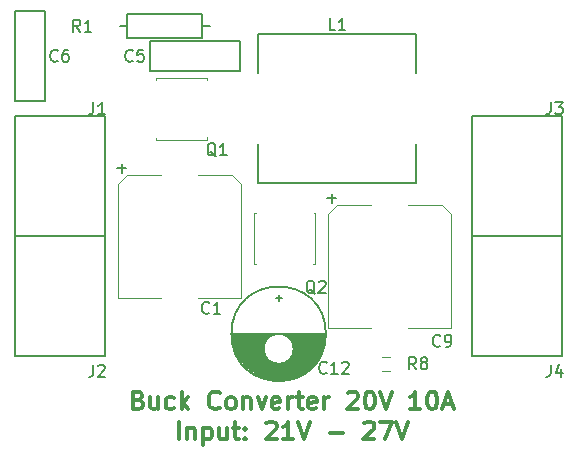
<source format=gto>
G04 #@! TF.GenerationSoftware,KiCad,Pcbnew,(5.0.2)-1*
G04 #@! TF.CreationDate,2019-01-24T20:45:34+08:00*
G04 #@! TF.ProjectId,Inverter Trial 2,496e7665-7274-4657-9220-547269616c20,rev?*
G04 #@! TF.SameCoordinates,Original*
G04 #@! TF.FileFunction,Legend,Top*
G04 #@! TF.FilePolarity,Positive*
%FSLAX46Y46*%
G04 Gerber Fmt 4.6, Leading zero omitted, Abs format (unit mm)*
G04 Created by KiCad (PCBNEW (5.0.2)-1) date 01/24/19 20:45:34*
%MOMM*%
%LPD*%
G01*
G04 APERTURE LIST*
%ADD10C,0.300000*%
%ADD11C,0.120000*%
%ADD12C,0.150000*%
G04 APERTURE END LIST*
D10*
X159720000Y-65927857D02*
X159934285Y-65999285D01*
X160005714Y-66070714D01*
X160077142Y-66213571D01*
X160077142Y-66427857D01*
X160005714Y-66570714D01*
X159934285Y-66642142D01*
X159791428Y-66713571D01*
X159220000Y-66713571D01*
X159220000Y-65213571D01*
X159720000Y-65213571D01*
X159862857Y-65285000D01*
X159934285Y-65356428D01*
X160005714Y-65499285D01*
X160005714Y-65642142D01*
X159934285Y-65785000D01*
X159862857Y-65856428D01*
X159720000Y-65927857D01*
X159220000Y-65927857D01*
X161362857Y-65713571D02*
X161362857Y-66713571D01*
X160720000Y-65713571D02*
X160720000Y-66499285D01*
X160791428Y-66642142D01*
X160934285Y-66713571D01*
X161148571Y-66713571D01*
X161291428Y-66642142D01*
X161362857Y-66570714D01*
X162720000Y-66642142D02*
X162577142Y-66713571D01*
X162291428Y-66713571D01*
X162148571Y-66642142D01*
X162077142Y-66570714D01*
X162005714Y-66427857D01*
X162005714Y-65999285D01*
X162077142Y-65856428D01*
X162148571Y-65785000D01*
X162291428Y-65713571D01*
X162577142Y-65713571D01*
X162720000Y-65785000D01*
X163362857Y-66713571D02*
X163362857Y-65213571D01*
X163505714Y-66142142D02*
X163934285Y-66713571D01*
X163934285Y-65713571D02*
X163362857Y-66285000D01*
X166577142Y-66570714D02*
X166505714Y-66642142D01*
X166291428Y-66713571D01*
X166148571Y-66713571D01*
X165934285Y-66642142D01*
X165791428Y-66499285D01*
X165720000Y-66356428D01*
X165648571Y-66070714D01*
X165648571Y-65856428D01*
X165720000Y-65570714D01*
X165791428Y-65427857D01*
X165934285Y-65285000D01*
X166148571Y-65213571D01*
X166291428Y-65213571D01*
X166505714Y-65285000D01*
X166577142Y-65356428D01*
X167434285Y-66713571D02*
X167291428Y-66642142D01*
X167220000Y-66570714D01*
X167148571Y-66427857D01*
X167148571Y-65999285D01*
X167220000Y-65856428D01*
X167291428Y-65785000D01*
X167434285Y-65713571D01*
X167648571Y-65713571D01*
X167791428Y-65785000D01*
X167862857Y-65856428D01*
X167934285Y-65999285D01*
X167934285Y-66427857D01*
X167862857Y-66570714D01*
X167791428Y-66642142D01*
X167648571Y-66713571D01*
X167434285Y-66713571D01*
X168577142Y-65713571D02*
X168577142Y-66713571D01*
X168577142Y-65856428D02*
X168648571Y-65785000D01*
X168791428Y-65713571D01*
X169005714Y-65713571D01*
X169148571Y-65785000D01*
X169220000Y-65927857D01*
X169220000Y-66713571D01*
X169791428Y-65713571D02*
X170148571Y-66713571D01*
X170505714Y-65713571D01*
X171648571Y-66642142D02*
X171505714Y-66713571D01*
X171220000Y-66713571D01*
X171077142Y-66642142D01*
X171005714Y-66499285D01*
X171005714Y-65927857D01*
X171077142Y-65785000D01*
X171220000Y-65713571D01*
X171505714Y-65713571D01*
X171648571Y-65785000D01*
X171720000Y-65927857D01*
X171720000Y-66070714D01*
X171005714Y-66213571D01*
X172362857Y-66713571D02*
X172362857Y-65713571D01*
X172362857Y-65999285D02*
X172434285Y-65856428D01*
X172505714Y-65785000D01*
X172648571Y-65713571D01*
X172791428Y-65713571D01*
X173077142Y-65713571D02*
X173648571Y-65713571D01*
X173291428Y-65213571D02*
X173291428Y-66499285D01*
X173362857Y-66642142D01*
X173505714Y-66713571D01*
X173648571Y-66713571D01*
X174720000Y-66642142D02*
X174577142Y-66713571D01*
X174291428Y-66713571D01*
X174148571Y-66642142D01*
X174077142Y-66499285D01*
X174077142Y-65927857D01*
X174148571Y-65785000D01*
X174291428Y-65713571D01*
X174577142Y-65713571D01*
X174720000Y-65785000D01*
X174791428Y-65927857D01*
X174791428Y-66070714D01*
X174077142Y-66213571D01*
X175434285Y-66713571D02*
X175434285Y-65713571D01*
X175434285Y-65999285D02*
X175505714Y-65856428D01*
X175577142Y-65785000D01*
X175720000Y-65713571D01*
X175862857Y-65713571D01*
X177434285Y-65356428D02*
X177505714Y-65285000D01*
X177648571Y-65213571D01*
X178005714Y-65213571D01*
X178148571Y-65285000D01*
X178220000Y-65356428D01*
X178291428Y-65499285D01*
X178291428Y-65642142D01*
X178220000Y-65856428D01*
X177362857Y-66713571D01*
X178291428Y-66713571D01*
X179220000Y-65213571D02*
X179362857Y-65213571D01*
X179505714Y-65285000D01*
X179577142Y-65356428D01*
X179648571Y-65499285D01*
X179720000Y-65785000D01*
X179720000Y-66142142D01*
X179648571Y-66427857D01*
X179577142Y-66570714D01*
X179505714Y-66642142D01*
X179362857Y-66713571D01*
X179220000Y-66713571D01*
X179077142Y-66642142D01*
X179005714Y-66570714D01*
X178934285Y-66427857D01*
X178862857Y-66142142D01*
X178862857Y-65785000D01*
X178934285Y-65499285D01*
X179005714Y-65356428D01*
X179077142Y-65285000D01*
X179220000Y-65213571D01*
X180148571Y-65213571D02*
X180648571Y-66713571D01*
X181148571Y-65213571D01*
X183577142Y-66713571D02*
X182720000Y-66713571D01*
X183148571Y-66713571D02*
X183148571Y-65213571D01*
X183005714Y-65427857D01*
X182862857Y-65570714D01*
X182720000Y-65642142D01*
X184505714Y-65213571D02*
X184648571Y-65213571D01*
X184791428Y-65285000D01*
X184862857Y-65356428D01*
X184934285Y-65499285D01*
X185005714Y-65785000D01*
X185005714Y-66142142D01*
X184934285Y-66427857D01*
X184862857Y-66570714D01*
X184791428Y-66642142D01*
X184648571Y-66713571D01*
X184505714Y-66713571D01*
X184362857Y-66642142D01*
X184291428Y-66570714D01*
X184220000Y-66427857D01*
X184148571Y-66142142D01*
X184148571Y-65785000D01*
X184220000Y-65499285D01*
X184291428Y-65356428D01*
X184362857Y-65285000D01*
X184505714Y-65213571D01*
X185577142Y-66285000D02*
X186291428Y-66285000D01*
X185434285Y-66713571D02*
X185934285Y-65213571D01*
X186434285Y-66713571D01*
X163112857Y-69263571D02*
X163112857Y-67763571D01*
X163827142Y-68263571D02*
X163827142Y-69263571D01*
X163827142Y-68406428D02*
X163898571Y-68335000D01*
X164041428Y-68263571D01*
X164255714Y-68263571D01*
X164398571Y-68335000D01*
X164469999Y-68477857D01*
X164469999Y-69263571D01*
X165184285Y-68263571D02*
X165184285Y-69763571D01*
X165184285Y-68335000D02*
X165327142Y-68263571D01*
X165612857Y-68263571D01*
X165755714Y-68335000D01*
X165827142Y-68406428D01*
X165898571Y-68549285D01*
X165898571Y-68977857D01*
X165827142Y-69120714D01*
X165755714Y-69192142D01*
X165612857Y-69263571D01*
X165327142Y-69263571D01*
X165184285Y-69192142D01*
X167184285Y-68263571D02*
X167184285Y-69263571D01*
X166541428Y-68263571D02*
X166541428Y-69049285D01*
X166612857Y-69192142D01*
X166755714Y-69263571D01*
X166969999Y-69263571D01*
X167112857Y-69192142D01*
X167184285Y-69120714D01*
X167684285Y-68263571D02*
X168255714Y-68263571D01*
X167898571Y-67763571D02*
X167898571Y-69049285D01*
X167969999Y-69192142D01*
X168112857Y-69263571D01*
X168255714Y-69263571D01*
X168755714Y-69120714D02*
X168827142Y-69192142D01*
X168755714Y-69263571D01*
X168684285Y-69192142D01*
X168755714Y-69120714D01*
X168755714Y-69263571D01*
X168755714Y-68335000D02*
X168827142Y-68406428D01*
X168755714Y-68477857D01*
X168684285Y-68406428D01*
X168755714Y-68335000D01*
X168755714Y-68477857D01*
X170541428Y-67906428D02*
X170612857Y-67835000D01*
X170755714Y-67763571D01*
X171112857Y-67763571D01*
X171255714Y-67835000D01*
X171327142Y-67906428D01*
X171398571Y-68049285D01*
X171398571Y-68192142D01*
X171327142Y-68406428D01*
X170469999Y-69263571D01*
X171398571Y-69263571D01*
X172827142Y-69263571D02*
X171969999Y-69263571D01*
X172398571Y-69263571D02*
X172398571Y-67763571D01*
X172255714Y-67977857D01*
X172112857Y-68120714D01*
X171969999Y-68192142D01*
X173255714Y-67763571D02*
X173755714Y-69263571D01*
X174255714Y-67763571D01*
X175898571Y-68692142D02*
X177041428Y-68692142D01*
X178827142Y-67906428D02*
X178898571Y-67835000D01*
X179041428Y-67763571D01*
X179398571Y-67763571D01*
X179541428Y-67835000D01*
X179612857Y-67906428D01*
X179684285Y-68049285D01*
X179684285Y-68192142D01*
X179612857Y-68406428D01*
X178755714Y-69263571D01*
X179684285Y-69263571D01*
X180184285Y-67763571D02*
X181184285Y-67763571D01*
X180541428Y-69263571D01*
X181541428Y-67763571D02*
X182041428Y-69263571D01*
X182541428Y-67763571D01*
D11*
G04 #@! TO.C,C1*
X168405000Y-47620000D02*
X168405000Y-57280000D01*
X167645000Y-46860000D02*
X168405000Y-47620000D01*
X157985000Y-47620000D02*
X158745000Y-46860000D01*
X157985000Y-57280000D02*
X157985000Y-47620000D01*
X168405000Y-57280000D02*
X164755000Y-57280000D01*
X157985000Y-57280000D02*
X161635000Y-57280000D01*
X158745000Y-46860000D02*
X161635000Y-46860000D01*
X167645000Y-46860000D02*
X164755000Y-46860000D01*
D12*
G04 #@! TO.C,C5*
X165735000Y-35560000D02*
X163195000Y-35560000D01*
X165735000Y-38100000D02*
X163195000Y-38100000D01*
X168275000Y-38100000D02*
X165735000Y-38100000D01*
X168275000Y-35560000D02*
X168275000Y-38100000D01*
X165735000Y-35560000D02*
X168275000Y-35560000D01*
X160655000Y-35560000D02*
X163195000Y-35560000D01*
X160655000Y-38100000D02*
X160655000Y-35560000D01*
X163195000Y-38100000D02*
X160655000Y-38100000D01*
G04 #@! TO.C,C6*
X151765000Y-38100000D02*
X151765000Y-40640000D01*
X151765000Y-40640000D02*
X149225000Y-40640000D01*
X149225000Y-40640000D02*
X149225000Y-38100000D01*
X149225000Y-35560000D02*
X149225000Y-33020000D01*
X149225000Y-33020000D02*
X151765000Y-33020000D01*
X151765000Y-33020000D02*
X151765000Y-35560000D01*
X151765000Y-35560000D02*
X151765000Y-38100000D01*
X149225000Y-35560000D02*
X149225000Y-38100000D01*
D11*
G04 #@! TO.C,C9*
X186185000Y-50160000D02*
X186185000Y-59820000D01*
X185425000Y-49400000D02*
X186185000Y-50160000D01*
X175765000Y-50160000D02*
X176525000Y-49400000D01*
X175765000Y-59820000D02*
X175765000Y-50160000D01*
X186185000Y-59820000D02*
X182535000Y-59820000D01*
X175765000Y-59820000D02*
X179415000Y-59820000D01*
X176525000Y-49400000D02*
X179415000Y-49400000D01*
X185425000Y-49400000D02*
X182535000Y-49400000D01*
D12*
G04 #@! TO.C,C12*
X175577000Y-60325000D02*
G75*
G03X175577000Y-60325000I-4000000J0D01*
G01*
X170878500Y-64198500D02*
X172148500Y-64198500D01*
X170561000Y-64135000D02*
X170878500Y-64198500D01*
X172656500Y-64135000D02*
X170561000Y-64135000D01*
X173037500Y-64008000D02*
X172656500Y-64135000D01*
X170243500Y-64008000D02*
X173037500Y-64008000D01*
X169862500Y-63881000D02*
X170243500Y-64008000D01*
X173228000Y-63881000D02*
X169862500Y-63881000D01*
X173482000Y-63754000D02*
X173228000Y-63881000D01*
X169672000Y-63754000D02*
X173482000Y-63754000D01*
X169481500Y-63627000D02*
X169672000Y-63754000D01*
X173736000Y-63627000D02*
X169481500Y-63627000D01*
X173990000Y-63500000D02*
X173736000Y-63627000D01*
X169227500Y-63500000D02*
X173990000Y-63500000D01*
X169100500Y-63373000D02*
X169227500Y-63500000D01*
X174053500Y-63373000D02*
X169100500Y-63373000D01*
X174180500Y-63246000D02*
X174053500Y-63373000D01*
X168973500Y-63246000D02*
X174180500Y-63246000D01*
X168846500Y-63119000D02*
X168973500Y-63246000D01*
X174371000Y-63119000D02*
X168846500Y-63119000D01*
X174434500Y-62992000D02*
X174371000Y-63119000D01*
X168719500Y-62992000D02*
X174434500Y-62992000D01*
X168529000Y-62865000D02*
X168719500Y-62992000D01*
X174625000Y-62865000D02*
X168529000Y-62865000D01*
X174752000Y-62738000D02*
X174625000Y-62865000D01*
X167640000Y-60325000D02*
X167640000Y-60452000D01*
X175577500Y-60325000D02*
X167640000Y-60325000D01*
X172847000Y-61595000D02*
G75*
G03X172847000Y-61595000I-1270000J0D01*
G01*
X169354500Y-63500000D02*
X169418000Y-63563500D01*
X168719500Y-62992000D02*
X168846500Y-63119000D01*
X170370500Y-64071500D02*
X170561000Y-64071500D01*
X173545500Y-63690500D02*
X173609000Y-63500000D01*
X173482000Y-63817500D02*
X173545500Y-63690500D01*
X174561500Y-62865000D02*
X174180500Y-63246000D01*
X172212000Y-62738000D02*
X174688500Y-62738000D01*
X172402500Y-62611000D02*
X172212000Y-62738000D01*
X174815500Y-62611000D02*
X172402500Y-62611000D01*
X174879000Y-62484000D02*
X174815500Y-62611000D01*
X172529500Y-62484000D02*
X174879000Y-62484000D01*
X172593000Y-62357000D02*
X172529500Y-62484000D01*
X175006000Y-62357000D02*
X172593000Y-62357000D01*
X175069500Y-62230000D02*
X175006000Y-62357000D01*
X172720000Y-62230000D02*
X175069500Y-62230000D01*
X172783500Y-62103000D02*
X172720000Y-62230000D01*
X175133000Y-62103000D02*
X172783500Y-62103000D01*
X175196500Y-61976000D02*
X175133000Y-62103000D01*
X172847000Y-61976000D02*
X175196500Y-61976000D01*
X172847000Y-61849000D02*
X172847000Y-61976000D01*
X175260000Y-61849000D02*
X172847000Y-61849000D01*
X175323500Y-61722000D02*
X175260000Y-61849000D01*
X172847000Y-61722000D02*
X175323500Y-61722000D01*
X172847000Y-61595000D02*
X172847000Y-61722000D01*
X175323500Y-61595000D02*
X172847000Y-61595000D01*
X175387000Y-61468000D02*
X175323500Y-61595000D01*
X172847000Y-61468000D02*
X175387000Y-61468000D01*
X172847000Y-61341000D02*
X172847000Y-61468000D01*
X175387000Y-61341000D02*
X172847000Y-61341000D01*
X175387000Y-61214000D02*
X175387000Y-61341000D01*
X172847000Y-61214000D02*
X175387000Y-61214000D01*
X172783500Y-61087000D02*
X172847000Y-61214000D01*
X175450500Y-61087000D02*
X172783500Y-61087000D01*
X175514000Y-60960000D02*
X175450500Y-61087000D01*
X172783500Y-60960000D02*
X175514000Y-60960000D01*
X172656500Y-60833000D02*
X172783500Y-60960000D01*
X175450500Y-60833000D02*
X172656500Y-60833000D01*
X175514000Y-60706000D02*
X175450500Y-60833000D01*
X172529500Y-60706000D02*
X175514000Y-60706000D01*
X172402500Y-60579000D02*
X172529500Y-60706000D01*
X175514000Y-60579000D02*
X172402500Y-60579000D01*
X170942000Y-62738000D02*
X168465500Y-62738000D01*
X170751500Y-62611000D02*
X170942000Y-62738000D01*
X168402000Y-62611000D02*
X170751500Y-62611000D01*
X168211500Y-62484000D02*
X168402000Y-62611000D01*
X170624500Y-62484000D02*
X168211500Y-62484000D01*
X170561000Y-62357000D02*
X170624500Y-62484000D01*
X168211500Y-62357000D02*
X170561000Y-62357000D01*
X168084500Y-62230000D02*
X168211500Y-62357000D01*
X170434000Y-62230000D02*
X168084500Y-62230000D01*
X170370500Y-62103000D02*
X170434000Y-62230000D01*
X168084500Y-62103000D02*
X170370500Y-62103000D01*
X167957500Y-61976000D02*
X168084500Y-62103000D01*
X170370500Y-61976000D02*
X167957500Y-61976000D01*
X170307000Y-61849000D02*
X170370500Y-61976000D01*
X167957500Y-61849000D02*
X170307000Y-61849000D01*
X167894000Y-61722000D02*
X167957500Y-61849000D01*
X170243500Y-61722000D02*
X167894000Y-61722000D01*
X170243500Y-61595000D02*
X170243500Y-61722000D01*
X167830500Y-61595000D02*
X170243500Y-61595000D01*
X167767000Y-61468000D02*
X167830500Y-61595000D01*
X170307000Y-61468000D02*
X167767000Y-61468000D01*
X170307000Y-61341000D02*
X170307000Y-61468000D01*
X167767000Y-61341000D02*
X170307000Y-61341000D01*
X167767000Y-61214000D02*
X167767000Y-61341000D01*
X170307000Y-61214000D02*
X167767000Y-61214000D01*
X170370500Y-61087000D02*
X170307000Y-61214000D01*
X167703500Y-61087000D02*
X170370500Y-61087000D01*
X167640000Y-60960000D02*
X167703500Y-61087000D01*
X170434000Y-60960000D02*
X167640000Y-60960000D01*
X170497500Y-60833000D02*
X170434000Y-60960000D01*
X167640000Y-60833000D02*
X170497500Y-60833000D01*
X167640000Y-60706000D02*
X167640000Y-60833000D01*
X170624500Y-60706000D02*
X167640000Y-60706000D01*
X170751500Y-60579000D02*
X170624500Y-60706000D01*
X167640000Y-60579000D02*
X170751500Y-60579000D01*
X167640000Y-60452000D02*
X170942000Y-60452000D01*
X172275500Y-60452000D02*
X175450500Y-60452000D01*
X172148500Y-60325000D02*
X172275500Y-60452000D01*
X171577000Y-57531000D02*
X171577000Y-57023000D01*
X171831000Y-57277000D02*
X171323000Y-57277000D01*
G04 #@! TO.C,J1*
X156845000Y-52070000D02*
X156845000Y-41910000D01*
X149225000Y-52070000D02*
X156845000Y-52070000D01*
X149225000Y-41910000D02*
X149225000Y-52070000D01*
X156845000Y-41910000D02*
X149225000Y-41910000D01*
G04 #@! TO.C,J2*
X156845000Y-52070000D02*
X149225000Y-52070000D01*
X149225000Y-52070000D02*
X149225000Y-62230000D01*
X149225000Y-62230000D02*
X156845000Y-62230000D01*
X156845000Y-62230000D02*
X156845000Y-52070000D01*
G04 #@! TO.C,J3*
X195580000Y-41910000D02*
X187960000Y-41910000D01*
X187960000Y-41910000D02*
X187960000Y-52070000D01*
X187960000Y-52070000D02*
X195580000Y-52070000D01*
X195580000Y-52070000D02*
X195580000Y-41910000D01*
G04 #@! TO.C,J4*
X195580000Y-62230000D02*
X195580000Y-52070000D01*
X187960000Y-62230000D02*
X195580000Y-62230000D01*
X187960000Y-52070000D02*
X187960000Y-62230000D01*
X195580000Y-52070000D02*
X187960000Y-52070000D01*
G04 #@! TO.C,L1*
X169830000Y-34975000D02*
X169830000Y-38275000D01*
X169830000Y-34975000D02*
X183230000Y-34975000D01*
X183230000Y-34975000D02*
X183230000Y-38275000D01*
X183230000Y-44275000D02*
X183230000Y-47575000D01*
X183230000Y-47575000D02*
X176530000Y-47575000D01*
X176530000Y-47575000D02*
X169830000Y-47575000D01*
X169830000Y-47575000D02*
X169830000Y-44275000D01*
D11*
G04 #@! TO.C,Q1*
X165510000Y-43875000D02*
X165510000Y-43675000D01*
X161210000Y-43875000D02*
X165510000Y-43875000D01*
X161210000Y-43725000D02*
X161210000Y-43875000D01*
X161210000Y-38675000D02*
X161210000Y-38825000D01*
X165510000Y-38675000D02*
X161210000Y-38675000D01*
X165510000Y-38875000D02*
X165510000Y-38675000D01*
G04 #@! TO.C,Q2*
X174485000Y-54385000D02*
X174685000Y-54385000D01*
X174685000Y-54385000D02*
X174685000Y-50085000D01*
X174685000Y-50085000D02*
X174535000Y-50085000D01*
X169635000Y-50085000D02*
X169485000Y-50085000D01*
X169485000Y-50085000D02*
X169485000Y-54385000D01*
X169485000Y-54385000D02*
X169685000Y-54385000D01*
D12*
G04 #@! TO.C,R1*
X158750000Y-35306000D02*
X158750000Y-34290000D01*
X165100000Y-33274000D02*
X165100000Y-35306000D01*
X158750000Y-34290000D02*
X158750000Y-33274000D01*
X158750000Y-34290000D02*
X158115000Y-34290000D01*
X165100000Y-34290000D02*
X165735000Y-34290000D01*
X158750000Y-33274000D02*
X165100000Y-33274000D01*
X165100000Y-35306000D02*
X158750000Y-35306000D01*
D11*
G04 #@! TO.C,R8*
X180310000Y-62265000D02*
X181010000Y-62265000D01*
X181010000Y-63465000D02*
X180310000Y-63465000D01*
G04 #@! TO.C,C1*
D12*
X165695333Y-58523142D02*
X165647714Y-58570761D01*
X165504857Y-58618380D01*
X165409619Y-58618380D01*
X165266761Y-58570761D01*
X165171523Y-58475523D01*
X165123904Y-58380285D01*
X165076285Y-58189809D01*
X165076285Y-58046952D01*
X165123904Y-57856476D01*
X165171523Y-57761238D01*
X165266761Y-57666000D01*
X165409619Y-57618380D01*
X165504857Y-57618380D01*
X165647714Y-57666000D01*
X165695333Y-57713619D01*
X166647714Y-58618380D02*
X166076285Y-58618380D01*
X166362000Y-58618380D02*
X166362000Y-57618380D01*
X166266761Y-57761238D01*
X166171523Y-57856476D01*
X166076285Y-57904095D01*
X158296428Y-46670952D02*
X158296428Y-45909047D01*
X158677380Y-46290000D02*
X157915476Y-46290000D01*
G04 #@! TO.C,C5*
X159218333Y-37187142D02*
X159170714Y-37234761D01*
X159027857Y-37282380D01*
X158932619Y-37282380D01*
X158789761Y-37234761D01*
X158694523Y-37139523D01*
X158646904Y-37044285D01*
X158599285Y-36853809D01*
X158599285Y-36710952D01*
X158646904Y-36520476D01*
X158694523Y-36425238D01*
X158789761Y-36330000D01*
X158932619Y-36282380D01*
X159027857Y-36282380D01*
X159170714Y-36330000D01*
X159218333Y-36377619D01*
X160123095Y-36282380D02*
X159646904Y-36282380D01*
X159599285Y-36758571D01*
X159646904Y-36710952D01*
X159742142Y-36663333D01*
X159980238Y-36663333D01*
X160075476Y-36710952D01*
X160123095Y-36758571D01*
X160170714Y-36853809D01*
X160170714Y-37091904D01*
X160123095Y-37187142D01*
X160075476Y-37234761D01*
X159980238Y-37282380D01*
X159742142Y-37282380D01*
X159646904Y-37234761D01*
X159599285Y-37187142D01*
G04 #@! TO.C,C6*
X152868333Y-37187142D02*
X152820714Y-37234761D01*
X152677857Y-37282380D01*
X152582619Y-37282380D01*
X152439761Y-37234761D01*
X152344523Y-37139523D01*
X152296904Y-37044285D01*
X152249285Y-36853809D01*
X152249285Y-36710952D01*
X152296904Y-36520476D01*
X152344523Y-36425238D01*
X152439761Y-36330000D01*
X152582619Y-36282380D01*
X152677857Y-36282380D01*
X152820714Y-36330000D01*
X152868333Y-36377619D01*
X153725476Y-36282380D02*
X153535000Y-36282380D01*
X153439761Y-36330000D01*
X153392142Y-36377619D01*
X153296904Y-36520476D01*
X153249285Y-36710952D01*
X153249285Y-37091904D01*
X153296904Y-37187142D01*
X153344523Y-37234761D01*
X153439761Y-37282380D01*
X153630238Y-37282380D01*
X153725476Y-37234761D01*
X153773095Y-37187142D01*
X153820714Y-37091904D01*
X153820714Y-36853809D01*
X153773095Y-36758571D01*
X153725476Y-36710952D01*
X153630238Y-36663333D01*
X153439761Y-36663333D01*
X153344523Y-36710952D01*
X153296904Y-36758571D01*
X153249285Y-36853809D01*
G04 #@! TO.C,C9*
X185253333Y-61317142D02*
X185205714Y-61364761D01*
X185062857Y-61412380D01*
X184967619Y-61412380D01*
X184824761Y-61364761D01*
X184729523Y-61269523D01*
X184681904Y-61174285D01*
X184634285Y-60983809D01*
X184634285Y-60840952D01*
X184681904Y-60650476D01*
X184729523Y-60555238D01*
X184824761Y-60460000D01*
X184967619Y-60412380D01*
X185062857Y-60412380D01*
X185205714Y-60460000D01*
X185253333Y-60507619D01*
X185729523Y-61412380D02*
X185920000Y-61412380D01*
X186015238Y-61364761D01*
X186062857Y-61317142D01*
X186158095Y-61174285D01*
X186205714Y-60983809D01*
X186205714Y-60602857D01*
X186158095Y-60507619D01*
X186110476Y-60460000D01*
X186015238Y-60412380D01*
X185824761Y-60412380D01*
X185729523Y-60460000D01*
X185681904Y-60507619D01*
X185634285Y-60602857D01*
X185634285Y-60840952D01*
X185681904Y-60936190D01*
X185729523Y-60983809D01*
X185824761Y-61031428D01*
X186015238Y-61031428D01*
X186110476Y-60983809D01*
X186158095Y-60936190D01*
X186205714Y-60840952D01*
X176076428Y-49210952D02*
X176076428Y-48449047D01*
X176457380Y-48830000D02*
X175695476Y-48830000D01*
G04 #@! TO.C,C12*
X175633142Y-63603142D02*
X175585523Y-63650761D01*
X175442666Y-63698380D01*
X175347428Y-63698380D01*
X175204571Y-63650761D01*
X175109333Y-63555523D01*
X175061714Y-63460285D01*
X175014095Y-63269809D01*
X175014095Y-63126952D01*
X175061714Y-62936476D01*
X175109333Y-62841238D01*
X175204571Y-62746000D01*
X175347428Y-62698380D01*
X175442666Y-62698380D01*
X175585523Y-62746000D01*
X175633142Y-62793619D01*
X176585523Y-63698380D02*
X176014095Y-63698380D01*
X176299809Y-63698380D02*
X176299809Y-62698380D01*
X176204571Y-62841238D01*
X176109333Y-62936476D01*
X176014095Y-62984095D01*
X176966476Y-62793619D02*
X177014095Y-62746000D01*
X177109333Y-62698380D01*
X177347428Y-62698380D01*
X177442666Y-62746000D01*
X177490285Y-62793619D01*
X177537904Y-62888857D01*
X177537904Y-62984095D01*
X177490285Y-63126952D01*
X176918857Y-63698380D01*
X177537904Y-63698380D01*
G04 #@! TO.C,J1*
X155876666Y-40727380D02*
X155876666Y-41441666D01*
X155829047Y-41584523D01*
X155733809Y-41679761D01*
X155590952Y-41727380D01*
X155495714Y-41727380D01*
X156876666Y-41727380D02*
X156305238Y-41727380D01*
X156590952Y-41727380D02*
X156590952Y-40727380D01*
X156495714Y-40870238D01*
X156400476Y-40965476D01*
X156305238Y-41013095D01*
G04 #@! TO.C,J2*
X155876666Y-62952380D02*
X155876666Y-63666666D01*
X155829047Y-63809523D01*
X155733809Y-63904761D01*
X155590952Y-63952380D01*
X155495714Y-63952380D01*
X156305238Y-63047619D02*
X156352857Y-63000000D01*
X156448095Y-62952380D01*
X156686190Y-62952380D01*
X156781428Y-63000000D01*
X156829047Y-63047619D01*
X156876666Y-63142857D01*
X156876666Y-63238095D01*
X156829047Y-63380952D01*
X156257619Y-63952380D01*
X156876666Y-63952380D01*
G04 #@! TO.C,J3*
X194611666Y-40727380D02*
X194611666Y-41441666D01*
X194564047Y-41584523D01*
X194468809Y-41679761D01*
X194325952Y-41727380D01*
X194230714Y-41727380D01*
X194992619Y-40727380D02*
X195611666Y-40727380D01*
X195278333Y-41108333D01*
X195421190Y-41108333D01*
X195516428Y-41155952D01*
X195564047Y-41203571D01*
X195611666Y-41298809D01*
X195611666Y-41536904D01*
X195564047Y-41632142D01*
X195516428Y-41679761D01*
X195421190Y-41727380D01*
X195135476Y-41727380D01*
X195040238Y-41679761D01*
X194992619Y-41632142D01*
G04 #@! TO.C,J4*
X194611666Y-62952380D02*
X194611666Y-63666666D01*
X194564047Y-63809523D01*
X194468809Y-63904761D01*
X194325952Y-63952380D01*
X194230714Y-63952380D01*
X195516428Y-63285714D02*
X195516428Y-63952380D01*
X195278333Y-62904761D02*
X195040238Y-63619047D01*
X195659285Y-63619047D01*
G04 #@! TO.C,L1*
X176363333Y-34627380D02*
X175887142Y-34627380D01*
X175887142Y-33627380D01*
X177220476Y-34627380D02*
X176649047Y-34627380D01*
X176934761Y-34627380D02*
X176934761Y-33627380D01*
X176839523Y-33770238D01*
X176744285Y-33865476D01*
X176649047Y-33913095D01*
G04 #@! TO.C,Q1*
X166274761Y-45302619D02*
X166179523Y-45255000D01*
X166084285Y-45159761D01*
X165941428Y-45016904D01*
X165846190Y-44969285D01*
X165750952Y-44969285D01*
X165798571Y-45207380D02*
X165703333Y-45159761D01*
X165608095Y-45064523D01*
X165560476Y-44874047D01*
X165560476Y-44540714D01*
X165608095Y-44350238D01*
X165703333Y-44255000D01*
X165798571Y-44207380D01*
X165989047Y-44207380D01*
X166084285Y-44255000D01*
X166179523Y-44350238D01*
X166227142Y-44540714D01*
X166227142Y-44874047D01*
X166179523Y-45064523D01*
X166084285Y-45159761D01*
X165989047Y-45207380D01*
X165798571Y-45207380D01*
X167179523Y-45207380D02*
X166608095Y-45207380D01*
X166893809Y-45207380D02*
X166893809Y-44207380D01*
X166798571Y-44350238D01*
X166703333Y-44445476D01*
X166608095Y-44493095D01*
G04 #@! TO.C,Q2*
X174656761Y-56935619D02*
X174561523Y-56888000D01*
X174466285Y-56792761D01*
X174323428Y-56649904D01*
X174228190Y-56602285D01*
X174132952Y-56602285D01*
X174180571Y-56840380D02*
X174085333Y-56792761D01*
X173990095Y-56697523D01*
X173942476Y-56507047D01*
X173942476Y-56173714D01*
X173990095Y-55983238D01*
X174085333Y-55888000D01*
X174180571Y-55840380D01*
X174371047Y-55840380D01*
X174466285Y-55888000D01*
X174561523Y-55983238D01*
X174609142Y-56173714D01*
X174609142Y-56507047D01*
X174561523Y-56697523D01*
X174466285Y-56792761D01*
X174371047Y-56840380D01*
X174180571Y-56840380D01*
X174990095Y-55935619D02*
X175037714Y-55888000D01*
X175132952Y-55840380D01*
X175371047Y-55840380D01*
X175466285Y-55888000D01*
X175513904Y-55935619D01*
X175561523Y-56030857D01*
X175561523Y-56126095D01*
X175513904Y-56268952D01*
X174942476Y-56840380D01*
X175561523Y-56840380D01*
G04 #@! TO.C,R1*
X154773333Y-34742380D02*
X154440000Y-34266190D01*
X154201904Y-34742380D02*
X154201904Y-33742380D01*
X154582857Y-33742380D01*
X154678095Y-33790000D01*
X154725714Y-33837619D01*
X154773333Y-33932857D01*
X154773333Y-34075714D01*
X154725714Y-34170952D01*
X154678095Y-34218571D01*
X154582857Y-34266190D01*
X154201904Y-34266190D01*
X155725714Y-34742380D02*
X155154285Y-34742380D01*
X155440000Y-34742380D02*
X155440000Y-33742380D01*
X155344761Y-33885238D01*
X155249523Y-33980476D01*
X155154285Y-34028095D01*
G04 #@! TO.C,R8*
X183226333Y-63317380D02*
X182893000Y-62841190D01*
X182654904Y-63317380D02*
X182654904Y-62317380D01*
X183035857Y-62317380D01*
X183131095Y-62365000D01*
X183178714Y-62412619D01*
X183226333Y-62507857D01*
X183226333Y-62650714D01*
X183178714Y-62745952D01*
X183131095Y-62793571D01*
X183035857Y-62841190D01*
X182654904Y-62841190D01*
X183797761Y-62745952D02*
X183702523Y-62698333D01*
X183654904Y-62650714D01*
X183607285Y-62555476D01*
X183607285Y-62507857D01*
X183654904Y-62412619D01*
X183702523Y-62365000D01*
X183797761Y-62317380D01*
X183988238Y-62317380D01*
X184083476Y-62365000D01*
X184131095Y-62412619D01*
X184178714Y-62507857D01*
X184178714Y-62555476D01*
X184131095Y-62650714D01*
X184083476Y-62698333D01*
X183988238Y-62745952D01*
X183797761Y-62745952D01*
X183702523Y-62793571D01*
X183654904Y-62841190D01*
X183607285Y-62936428D01*
X183607285Y-63126904D01*
X183654904Y-63222142D01*
X183702523Y-63269761D01*
X183797761Y-63317380D01*
X183988238Y-63317380D01*
X184083476Y-63269761D01*
X184131095Y-63222142D01*
X184178714Y-63126904D01*
X184178714Y-62936428D01*
X184131095Y-62841190D01*
X184083476Y-62793571D01*
X183988238Y-62745952D01*
G04 #@! TD*
M02*

</source>
